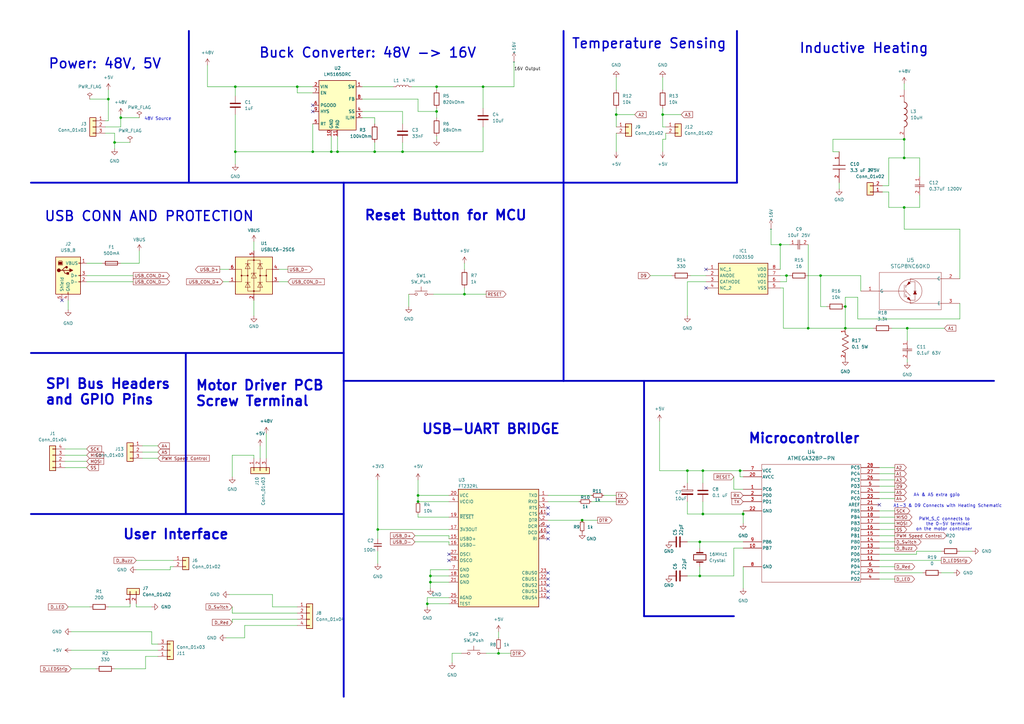
<source format=kicad_sch>
(kicad_sch (version 20230121) (generator eeschema)
  (paper "A3")
  (title_block (title "Fufu Pot Schematic") (date "2023-10-25") (rev "1") (company "Generate") (comment 1 "Reviewers: Andrew Abrego, Nick DePatie") (comment 2 "Lead Engineer: Elise Cooke") (comment 3 "Engineers: Katie Dewhurst, Catherine Menten, Luis Rodriguez"))
  (junction (at 370.84 85.09))
  (junction (at 179.07 35.56))
  (junction (at 287.02 222.25))
  (junction (at 288.29 210.82))
  (junction (at 252.73 46.99))
  (junction (at 336.55 113.03))
  (junction (at 165.1 62.23))
  (junction (at 190.5 120.65))
  (junction (at 346.71 125.73))
  (junction (at 198.12 35.56))
  (junction (at 372.11 134.62))
  (junction (at 46.99 58.42))
  (junction (at 175.26 247.65))
  (junction (at 331.47 134.62))
  (junction (at 304.8 210.82))
  (junction (at 320.04 100.33))
  (junction (at 154.94 217.17))
  (junction (at 128.27 62.23))
  (junction (at 171.45 203.2))
  (junction (at 176.53 238.76))
  (junction (at 176.53 236.22))
  (junction (at 346.71 134.62))
  (junction (at 204.47 267.97))
  (junction (at 171.45 205.74))
  (junction (at 303.53 193.04))
  (junction (at 121.92 35.56))
  (junction (at 138.43 62.23))
  (junction (at 96.52 35.56))
  (junction (at 322.58 113.03))
  (junction (at 370.84 57.15))
  (junction (at 179.07 45.72))
  (junction (at 135.89 62.23))
  (junction (at 287.02 236.22))
  (junction (at 288.29 193.04))
  (junction (at 281.94 193.04))
  (junction (at 370.84 64.77))
  (junction (at 96.52 62.23))
  (junction (at 238.76 213.36))
  (junction (at 44.45 40.64))
  (junction (at 153.67 62.23))
  (junction (at 271.78 46.99))
  (junction (at 49.53 48.26))
  (no_connect (at 184.15 229.87))
  (no_connect (at 128.27 43.18))
  (no_connect (at 224.79 215.9))
  (no_connect (at 224.79 218.44))
  (no_connect (at 224.79 208.28))
  (no_connect (at 224.79 210.82))
  (no_connect (at 25.4 123.19))
  (no_connect (at 224.79 245.11))
  (no_connect (at 289.56 110.49))
  (no_connect (at 224.79 220.98))
  (no_connect (at 224.79 240.03))
  (no_connect (at 128.27 45.72))
  (no_connect (at 184.15 227.33))
  (no_connect (at 224.79 234.95))
  (no_connect (at 224.79 237.49))
  (no_connect (at 360.68 207.01))
  (no_connect (at 289.56 118.11))
  (no_connect (at 224.79 242.57))
  (wire (pts (xy 281.94 205.74) (xy 281.94 210.82)))
  (wire (pts (xy 288.29 193.04) (xy 303.53 193.04)))
  (wire (pts (xy 320.04 113.03) (xy 322.58 113.03)))
  (wire (pts (xy 148.59 35.56) (xy 161.29 35.56)))
  (wire (pts (xy 104.14 186.69) (xy 104.14 187.96)))
  (wire (pts (xy 353.06 113.03) (xy 353.06 119.38)))
  (wire (pts (xy 35.56 115.57) (xy 54.61 115.57)))
  (wire (pts (xy 154.94 226.06) (xy 154.94 231.14)))
  (wire (pts (xy 198.12 35.56) (xy 210.82 35.56)))
  (wire (pts (xy 375.92 226.06) (xy 375.92 227.33)))
  (wire (pts (xy 49.53 48.26) (xy 49.53 52.07)))
  (wire (pts (xy 364.49 78.74) (xy 364.49 85.09)))
  (wire (pts (xy 287.02 222.25) (xy 304.8 222.25)))
  (wire (pts (xy 360.68 191.77) (xy 367.03 191.77)))
  (wire (pts (xy 190.5 107.95) (xy 190.5 110.49)))
  (wire (pts (xy 238.76 213.36) (xy 245.11 213.36)))
  (wire (pts (xy 364.49 64.77) (xy 370.84 64.77)))
  (wire (pts (xy 331.47 113.03) (xy 336.55 113.03)))
  (wire (pts (xy 179.07 45.72) (xy 179.07 48.26)))
  (wire (pts (xy 336.55 113.03) (xy 353.06 113.03)))
  (wire (pts (xy 26.67 191.77) (xy 35.56 191.77)))
  (wire (pts (xy 300.99 195.58) (xy 300.99 200.66)))
  (polyline (pts (xy 140.97 156.21) (xy 231.14 156.21)) (stroke (width 0.75)))
  (wire (pts (xy 346.71 125.73) (xy 346.71 134.62)))
  (wire (pts (xy 44.45 248.92) (xy 53.34 248.92)))
  (wire (pts (xy 266.7 113.03) (xy 275.59 113.03)))
  (wire (pts (xy 320.04 115.57) (xy 322.58 115.57)))
  (wire (pts (xy 121.92 35.56) (xy 128.27 35.56)))
  (wire (pts (xy 204.47 259.08) (xy 204.47 261.62)))
  (wire (pts (xy 364.49 76.2) (xy 361.95 76.2)))
  (wire (pts (xy 26.67 186.69) (xy 35.56 186.69)))
  (wire (pts (xy 171.45 203.2) (xy 171.45 205.74)))
  (wire (pts (xy 171.45 210.82) (xy 171.45 212.09)))
  (wire (pts (xy 165.1 58.42) (xy 165.1 62.23)))
  (wire (pts (xy 85.09 26.67) (xy 85.09 35.56)))
  (wire (pts (xy 271.78 44.45) (xy 271.78 46.99)))
  (wire (pts (xy 281.94 193.04) (xy 281.94 198.12)))
  (wire (pts (xy 372.11 147.32) (xy 372.11 148.59)))
  (wire (pts (xy 320.04 100.33) (xy 320.04 110.49)))
  (wire (pts (xy 364.49 85.09) (xy 370.84 85.09)))
  (polyline (pts (xy 231.14 74.93) (xy 231.14 156.21)) (stroke (width 0.75)))
  (wire (pts (xy 252.73 54.61) (xy 252.73 62.23)))
  (wire (pts (xy 55.88 233.68) (xy 69.85 233.68)))
  (wire (pts (xy 303.53 195.58) (xy 303.53 193.04)))
  (wire (pts (xy 26.67 189.23) (xy 35.56 189.23)))
  (wire (pts (xy 190.5 120.65) (xy 199.39 120.65)))
  (wire (pts (xy 185.42 267.97) (xy 189.23 267.97)))
  (wire (pts (xy 95.25 186.69) (xy 104.14 186.69)))
  (wire (pts (xy 44.45 36.83) (xy 44.45 40.64)))
  (wire (pts (xy 153.67 48.26) (xy 153.67 50.8)))
  (wire (pts (xy 184.15 205.74) (xy 171.45 205.74)))
  (wire (pts (xy 323.85 100.33) (xy 320.04 100.33)))
  (wire (pts (xy 96.52 62.23) (xy 128.27 62.23)))
  (wire (pts (xy 35.56 113.03) (xy 54.61 113.03)))
  (wire (pts (xy 360.68 217.17) (xy 367.03 217.17)))
  (wire (pts (xy 95.25 186.69) (xy 95.25 195.58)))
  (wire (pts (xy 29.21 266.7) (xy 64.77 266.7)))
  (wire (pts (xy 59.69 274.32) (xy 59.69 269.24)))
  (wire (pts (xy 346.71 121.92) (xy 346.71 125.73)))
  (polyline (pts (xy 12.7 210.82) (xy 140.97 210.82)) (stroke (width 0.75)))
  (wire (pts (xy 304.8 195.58) (xy 303.53 195.58)))
  (wire (pts (xy 252.73 46.99) (xy 252.73 52.07)))
  (wire (pts (xy 370.84 64.77) (xy 377.19 64.77)))
  (wire (pts (xy 273.05 57.15) (xy 271.78 57.15)))
  (wire (pts (xy 165.1 62.23) (xy 153.67 62.23)))
  (wire (pts (xy 360.68 229.87) (xy 386.08 229.87)))
  (wire (pts (xy 49.53 52.07) (xy 43.18 52.07)))
  (wire (pts (xy 252.73 31.75) (xy 252.73 36.83)))
  (wire (pts (xy 288.29 210.82) (xy 304.8 210.82)))
  (wire (pts (xy 360.68 234.95) (xy 378.46 234.95)))
  (wire (pts (xy 341.63 57.15) (xy 341.63 62.23)))
  (wire (pts (xy 185.42 267.97) (xy 185.42 271.78)))
  (wire (pts (xy 49.53 107.95) (xy 57.15 107.95)))
  (wire (pts (xy 224.79 213.36) (xy 238.76 213.36)))
  (wire (pts (xy 109.22 177.8) (xy 109.22 187.96)))
  (wire (pts (xy 393.7 130.81) (xy 351.79 130.81)))
  (wire (pts (xy 360.68 224.79) (xy 367.03 224.79)))
  (wire (pts (xy 36.83 40.64) (xy 44.45 40.64)))
  (wire (pts (xy 287.02 222.25) (xy 287.02 224.79)))
  (wire (pts (xy 104.14 123.19) (xy 104.14 129.54)))
  (wire (pts (xy 153.67 62.23) (xy 138.43 62.23)))
  (wire (pts (xy 176.53 238.76) (xy 184.15 238.76)))
  (wire (pts (xy 273.05 54.61) (xy 273.05 57.15)))
  (wire (pts (xy 252.73 46.99) (xy 260.35 46.99)))
  (wire (pts (xy 360.68 204.47) (xy 367.03 204.47)))
  (wire (pts (xy 247.65 203.2) (xy 252.73 203.2)))
  (wire (pts (xy 176.53 236.22) (xy 176.53 238.76)))
  (wire (pts (xy 271.78 46.99) (xy 271.78 52.07)))
  (wire (pts (xy 58.42 187.96) (xy 64.77 187.96)))
  (wire (pts (xy 29.21 274.32) (xy 39.37 274.32)))
  (wire (pts (xy 27.94 123.19) (xy 27.94 127)))
  (wire (pts (xy 138.43 62.23) (xy 138.43 55.88)))
  (polyline (pts (xy 302.26 12.7) (xy 302.26 74.93)) (stroke (width 0.75)))
  (wire (pts (xy 198.12 52.07) (xy 198.12 62.23)))
  (wire (pts (xy 393.7 226.06) (xy 398.78 226.06)))
  (wire (pts (xy 96.52 35.56) (xy 121.92 35.56)))
  (polyline (pts (xy 231.14 12.7) (xy 231.14 74.93)) (stroke (width 0.75)))
  (wire (pts (xy 90.17 110.49) (xy 93.98 110.49)))
  (wire (pts (xy 53.34 247.65) (xy 53.34 248.92)))
  (wire (pts (xy 304.8 193.04) (xy 303.53 193.04)))
  (wire (pts (xy 100.33 256.54) (xy 121.92 256.54)))
  (wire (pts (xy 364.49 64.77) (xy 364.49 76.2)))
  (wire (pts (xy 210.82 25.4) (xy 210.82 35.56)))
  (wire (pts (xy 171.45 45.72) (xy 179.07 45.72)))
  (wire (pts (xy 49.53 46.99) (xy 49.53 48.26)))
  (wire (pts (xy 57.15 48.26) (xy 49.53 48.26)))
  (wire (pts (xy 271.78 57.15) (xy 271.78 62.23)))
  (wire (pts (xy 35.56 107.95) (xy 41.91 107.95)))
  (wire (pts (xy 46.99 58.42) (xy 53.34 58.42)))
  (wire (pts (xy 252.73 44.45) (xy 252.73 46.99)))
  (wire (pts (xy 364.49 78.74) (xy 361.95 78.74)))
  (wire (pts (xy 148.59 45.72) (xy 165.1 45.72)))
  (wire (pts (xy 114.3 115.57) (xy 118.11 115.57)))
  (wire (pts (xy 289.56 115.57) (xy 281.94 115.57)))
  (wire (pts (xy 96.52 62.23) (xy 96.52 67.31)))
  (wire (pts (xy 375.92 227.33) (xy 360.68 227.33)))
  (wire (pts (xy 316.23 100.33) (xy 320.04 100.33)))
  (wire (pts (xy 135.89 55.88) (xy 135.89 62.23)))
  (wire (pts (xy 46.99 60.96) (xy 46.99 58.42)))
  (polyline (pts (xy 300.99 252.73) (xy 264.16 252.73)) (stroke (width 0.75)))
  (wire (pts (xy 331.47 134.62) (xy 346.71 134.62)))
  (wire (pts (xy 304.8 210.82) (xy 304.8 214.63)))
  (wire (pts (xy 165.1 45.72) (xy 165.1 50.8)))
  (wire (pts (xy 69.85 233.68) (xy 69.85 232.41)))
  (wire (pts (xy 171.45 212.09) (xy 184.15 212.09)))
  (wire (pts (xy 204.47 267.97) (xy 209.55 267.97)))
  (wire (pts (xy 175.26 247.65) (xy 175.26 245.11)))
  (wire (pts (xy 370.84 57.15) (xy 370.84 64.77)))
  (wire (pts (xy 281.94 222.25) (xy 287.02 222.25)))
  (wire (pts (xy 370.84 85.09) (xy 377.19 85.09)))
  (wire (pts (xy 46.99 274.32) (xy 59.69 274.32)))
  (wire (pts (xy 341.63 62.23) (xy 344.17 62.23)))
  (wire (pts (xy 95.25 251.46) (xy 121.92 251.46)))
  (wire (pts (xy 360.68 222.25) (xy 367.03 222.25)))
  (wire (pts (xy 270.51 193.04) (xy 281.94 193.04)))
  (wire (pts (xy 170.18 219.71) (xy 184.15 219.71)))
  (wire (pts (xy 281.94 115.57) (xy 281.94 129.54)))
  (wire (pts (xy 351.79 121.92) (xy 346.71 121.92)))
  (wire (pts (xy 271.78 46.99) (xy 279.4 46.99)))
  (wire (pts (xy 288.29 193.04) (xy 288.29 198.12)))
  (wire (pts (xy 55.88 248.92) (xy 62.23 248.92)))
  (wire (pts (xy 321.31 118.11) (xy 320.04 118.11)))
  (wire (pts (xy 44.45 49.53) (xy 43.18 49.53)))
  (wire (pts (xy 59.69 269.24) (xy 64.77 269.24)))
  (wire (pts (xy 184.15 222.25) (xy 184.15 223.52)))
  (wire (pts (xy 271.78 31.75) (xy 271.78 36.83)))
  (wire (pts (xy 128.27 62.23) (xy 135.89 62.23)))
  (wire (pts (xy 370.84 93.98) (xy 393.7 93.98)))
  (wire (pts (xy 336.55 125.73) (xy 339.09 125.73)))
  (wire (pts (xy 176.53 233.68) (xy 176.53 236.22)))
  (wire (pts (xy 360.68 201.93) (xy 367.03 201.93)))
  (wire (pts (xy 287.02 232.41) (xy 287.02 236.22)))
  (wire (pts (xy 91.44 115.57) (xy 93.98 115.57)))
  (wire (pts (xy 55.88 229.87) (xy 71.12 229.87)))
  (wire (pts (xy 393.7 93.98) (xy 393.7 114.3)))
  (wire (pts (xy 360.68 232.41) (xy 367.03 232.41)))
  (wire (pts (xy 270.51 193.04) (xy 270.51 172.72)))
  (wire (pts (xy 165.1 62.23) (xy 198.12 62.23)))
  (wire (pts (xy 171.45 196.85) (xy 171.45 203.2)))
  (wire (pts (xy 171.45 40.64) (xy 171.45 45.72)))
  (wire (pts (xy 360.68 219.71) (xy 367.03 219.71)))
  (wire (pts (xy 176.53 236.22) (xy 184.15 236.22)))
  (wire (pts (xy 198.12 35.56) (xy 198.12 44.45)))
  (wire (pts (xy 128.27 38.1) (xy 121.92 38.1)))
  (polyline (pts (xy 12.7 74.93) (xy 231.14 74.93)) (stroke (width 0.75)))
  (wire (pts (xy 95.25 251.46) (xy 95.25 248.92)))
  (wire (pts (xy 281.94 210.82) (xy 288.29 210.82)))
  (wire (pts (xy 346.71 134.62) (xy 358.14 134.62)))
  (wire (pts (xy 44.45 40.64) (xy 44.45 49.53)))
  (wire (pts (xy 224.79 203.2) (xy 242.57 203.2)))
  (wire (pts (xy 300.99 236.22) (xy 300.99 224.79)))
  (wire (pts (xy 351.79 130.81) (xy 351.79 121.92)))
  (wire (pts (xy 304.8 232.41) (xy 304.8 241.3)))
  (wire (pts (xy 106.68 182.88) (xy 106.68 187.96)))
  (wire (pts (xy 177.8 120.65) (xy 190.5 120.65)))
  (wire (pts (xy 171.45 203.2) (xy 184.15 203.2)))
  (polyline (pts (xy 12.7 144.78) (xy 140.97 144.78)) (stroke (width 0.75)))
  (wire (pts (xy 26.67 184.15) (xy 35.56 184.15)))
  (wire (pts (xy 27.94 248.92) (xy 36.83 248.92)))
  (wire (pts (xy 360.68 199.39) (xy 367.03 199.39)))
  (wire (pts (xy 58.42 182.88) (xy 64.77 182.88)))
  (wire (pts (xy 331.47 100.33) (xy 331.47 134.62)))
  (wire (pts (xy 322.58 113.03) (xy 323.85 113.03)))
  (wire (pts (xy 85.09 35.56) (xy 96.52 35.56)))
  (wire (pts (xy 360.68 212.09) (xy 367.03 212.09)))
  (wire (pts (xy 167.64 120.65) (xy 167.64 125.73)))
  (polyline (pts (xy 264.16 252.73) (xy 264.16 156.21)) (stroke (width 0.75)))
  (wire (pts (xy 111.76 248.92) (xy 111.76 243.84)))
  (wire (pts (xy 283.21 113.03) (xy 289.56 113.03)))
  (wire (pts (xy 287.02 236.22) (xy 300.99 236.22)))
  (wire (pts (xy 111.76 243.84) (xy 93.98 243.84)))
  (wire (pts (xy 100.33 256.54) (xy 100.33 261.62)))
  (wire (pts (xy 114.3 110.49) (xy 118.11 110.49)))
  (wire (pts (xy 179.07 44.45) (xy 179.07 45.72)))
  (wire (pts (xy 154.94 217.17) (xy 184.15 217.17)))
  (wire (pts (xy 372.11 134.62) (xy 387.35 134.62)))
  (polyline (pts (xy 302.26 74.93) (xy 231.14 74.93)) (stroke (width 0.75)))
  (wire (pts (xy 372.11 134.62) (xy 372.11 139.7)))
  (wire (pts (xy 95.25 254) (xy 95.25 255.27)))
  (wire (pts (xy 360.68 214.63) (xy 367.03 214.63)))
  (wire (pts (xy 281.94 193.04) (xy 288.29 193.04)))
  (wire (pts (xy 360.68 194.31) (xy 367.03 194.31)))
  (polyline (pts (xy 140.97 74.93) (xy 140.97 156.21)) (stroke (width 0.75)))
  (wire (pts (xy 128.27 50.8) (xy 128.27 62.23)))
  (wire (pts (xy 148.59 40.64) (xy 171.45 40.64)))
  (wire (pts (xy 370.84 85.09) (xy 370.84 93.98)))
  (wire (pts (xy 69.85 232.41) (xy 71.12 232.41)))
  (wire (pts (xy 96.52 39.37) (xy 96.52 35.56)))
  (wire (pts (xy 179.07 35.56) (xy 179.07 36.83)))
  (wire (pts (xy 300.99 224.79) (xy 304.8 224.79)))
  (wire (pts (xy 370.84 57.15) (xy 341.63 57.15)))
  (polyline (pts (xy 76.2 144.78) (xy 76.2 210.82)) (stroke (width 0.75)))
  (wire (pts (xy 370.84 34.29) (xy 370.84 36.83)))
  (wire (pts (xy 360.68 209.55) (xy 367.03 209.55)))
  (wire (pts (xy 29.21 259.08) (xy 62.23 259.08)))
  (wire (pts (xy 175.26 248.92) (xy 175.26 247.65)))
  (wire (pts (xy 92.71 261.62) (xy 100.33 261.62)))
  (wire (pts (xy 204.47 266.7) (xy 204.47 267.97)))
  (wire (pts (xy 288.29 205.74) (xy 288.29 210.82)))
  (wire (pts (xy 365.76 134.62) (xy 372.11 134.62)))
  (wire (pts (xy 190.5 118.11) (xy 190.5 120.65)))
  (wire (pts (xy 62.23 259.08) (xy 62.23 264.16)))
  (wire (pts (xy 135.89 62.23) (xy 138.43 62.23)))
  (wire (pts (xy 242.57 205.74) (xy 252.73 205.74)))
  (wire (pts (xy 111.76 248.92) (xy 121.92 248.92)))
  (wire (pts (xy 360.68 196.85) (xy 367.03 196.85)))
  (wire (pts (xy 304.8 209.55) (xy 304.8 210.82)))
  (wire (pts (xy 322.58 115.57) (xy 322.58 113.03)))
  (wire (pts (xy 304.8 200.66) (xy 300.99 200.66)))
  (wire (pts (xy 96.52 46.99) (xy 96.52 62.23)))
  (wire (pts (xy 321.31 134.62) (xy 331.47 134.62)))
  (wire (pts (xy 104.14 99.06) (xy 104.14 102.87)))
  (wire (pts (xy 184.15 219.71) (xy 184.15 220.98)))
  (polyline (pts (xy 140.97 285.75) (xy 140.97 156.21)) (stroke (width 0.75)))
  (wire (pts (xy 316.23 93.98) (xy 316.23 100.33)))
  (wire (pts (xy 168.91 35.56) (xy 179.07 35.56)))
  (wire (pts (xy 344.17 74.93) (xy 344.17 77.47)))
  (polyline (pts (xy 77.47 12.7) (xy 77.47 74.93)) (stroke (width 0.75)))
  (wire (pts (xy 360.68 237.49) (xy 367.03 237.49)))
  (wire (pts (xy 95.25 254) (xy 121.92 254)))
  (wire (pts (xy 377.19 64.77) (xy 377.19 72.39)))
  (wire (pts (xy 184.15 233.68) (xy 176.53 233.68)))
  (wire (pts (xy 175.26 245.11) (xy 184.15 245.11)))
  (wire (pts (xy 55.88 247.65) (xy 55.88 248.92)))
  (polyline (pts (xy 231.14 156.21) (xy 407.67 156.21)) (stroke (width 0.75)))
  (wire (pts (xy 386.08 234.95) (xy 391.16 234.95)))
  (wire (pts (xy 321.31 134.62) (xy 321.31 118.11)))
  (wire (pts (xy 148.59 48.26) (xy 153.67 48.26)))
  (wire (pts (xy 176.53 238.76) (xy 176.53 241.3)))
  (wire (pts (xy 154.94 217.17) (xy 154.94 220.98)))
  (wire (pts (xy 154.94 196.85) (xy 154.94 217.17)))
  (wire (pts (xy 179.07 35.56) (xy 198.12 35.56)))
  (wire (pts (xy 281.94 236.22) (xy 287.02 236.22)))
  (wire (pts (xy 170.18 222.25) (xy 184.15 222.25)))
  (wire (pts (xy 121.92 38.1) (xy 121.92 35.56)))
  (wire (pts (xy 336.55 113.03) (xy 336.55 125.73)))
  (wire (pts (xy 393.7 124.46) (xy 393.7 130.81)))
  (wire (pts (xy 271.78 52.07) (xy 273.05 52.07)))
  (wire (pts (xy 224.79 205.74) (xy 237.49 205.74)))
  (wire (pts (xy 58.42 185.42) (xy 64.77 185.42)))
  (wire (pts (xy 46.99 54.61) (xy 43.18 54.61)))
  (wire (pts (xy 377.19 80.01) (xy 377.19 85.09)))
  (wire (pts (xy 153.67 58.42) (xy 153.67 62.23)))
  (wire (pts (xy 199.39 267.97) (xy 204.47 267.97)))
  (wire (pts (xy 46.99 58.42) (xy 46.99 54.61)))
  (wire (pts (xy 179.07 55.88) (xy 179.07 57.15)))
  (wire (pts (xy 62.23 264.16) (xy 64.77 264.16)))
  (wire (pts (xy 175.26 247.65) (xy 184.15 247.65)))
  (wire (pts (xy 57.15 102.87) (xy 57.15 107.95)))
  (wire (pts (xy 386.08 226.06) (xy 375.92 226.06)))
  (text "A4 & A5 extra gpio\n" (at 374.65 203.835 0) (effects (font (size 1.27 1.27)) (justify left bottom)))
  (text "USB CONN AND PROTECTION\n" (at 18.034 91.186 0) (effects (font (size 4 4) (thickness 0.6) bold) (justify left bottom)))
  (text "Microcontroller" (at 306.705 182.245 0) (effects (font (size 4 4) (thickness 0.8) bold) (justify left bottom)))
  (text "Motor Driver PCB \nScrew Terminal" (at 80.01 167.005 0) (effects (font (size 4 4) (thickness 0.8) bold) (justify left bottom)))
  (text "User Interface" (at 50.165 221.615 0) (effects (font (size 4 4) bold) (justify left bottom)))
  (text "A1-3 & D9 Connects with Heating Schematic" (at 366.395 208.28 0) (effects (font (size 1.27 1.27)) (justify left bottom)))
  (text "USB-UART BRIDGE \n" (at 172.72 178.435 0) (effects (font (size 4 4) (thickness 0.8) bold) (justify left bottom)))
  (text "Inductive Heating" (at 327.66 22.225 0) (effects (font (size 4 4) (thickness 0.6) bold) (justify left bottom)))
  (text "Buck Converter: 48V -> 16V" (at 106.045 24.13 0) (effects (font (size 4 4) (thickness 0.6) bold) (justify left bottom)))
  (text "Power: 48V, 5V" (at 19.685 28.575 0) (effects (font (size 4 4) (thickness 0.6) bold) (justify left bottom)))
  (text "Temperature Sensing" (at 234.315 20.32 0) (effects (font (size 4 4) (thickness 0.6) bold) (justify left bottom)))
  (text "48V Source" (at 59.182 49.53 0) (effects (font (size 1.27 1.27)) (justify left bottom)))
  (text "SPI Bus Headers \nand GPIO Pins" (at 18.415 166.37 0) (effects (font (size 4 4) (thickness 0.8) bold) (justify left bottom)))
  (text "PWM_S_C connects to \nthe 0-5V terminal \non the motor controller" (at 398.78 217.805 0) (effects (font (size 1.27 1.27)) (justify right bottom)))
  (text "Reset Button for MCU\n" (at 149.225 90.805 0) (effects (font (size 4 4) (thickness 0.8) bold) (justify left bottom)))
  (label "16V Output" (at 210.82 29.21 0))
  (global_label "D_Red" (shape input) (at 95.25 255.27 180) (property "Intersheetrefs" "${INTERSHEET_REFS}" (effects hide)))
  (global_label "USB_CON_D-" (shape input) (at 118.11 115.57 0) (property "Intersheetrefs" "${INTERSHEET_REFS}" (effects hide)))
  (global_label "DTR" (shape output) (at 245.11 213.36 0) (property "Intersheetrefs" "${INTERSHEET_REFS}" (effects hide)))
  (global_label "D_Buzz" (shape input) (at 55.88 229.87 180) (property "Intersheetrefs" "${INTERSHEET_REFS}" (effects hide)))
  (global_label "USB_CON_D+" (shape output) (at 54.61 113.03 0) (property "Intersheetrefs" "${INTERSHEET_REFS}" (effects hide)))
  (global_label "D9" (shape output) (at 367.03 199.39 0) (property "Intersheetrefs" "${INTERSHEET_REFS}" (effects hide)))
  (global_label "RESET" (shape output) (at 199.39 120.65 0) (property "Intersheetrefs" "${INTERSHEET_REFS}" (effects hide)))
  (global_label "D_LED" (shape output) (at 367.03 237.49 0) (property "Intersheetrefs" "${INTERSHEET_REFS}" (effects hide)))
  (global_label "D_LED" (shape input) (at 27.94 248.92 180) (property "Intersheetrefs" "${INTERSHEET_REFS}" (effects hide)))
  (global_label "RESET" (shape input) (at 300.99 195.58 180) (property "Intersheetrefs" "${INTERSHEET_REFS}" (effects hide)))
  (global_label "A2" (shape output) (at 367.03 191.77 0) (property "Intersheetrefs" "${INTERSHEET_REFS}" (effects hide)))
  (global_label "USB_D-" (shape input) (at 170.18 222.25 180) (property "Intersheetrefs" "${INTERSHEET_REFS}" (effects hide)))
  (global_label "TX" (shape input) (at 304.8 205.74 180) (property "Intersheetrefs" "${INTERSHEET_REFS}" (effects hide)))
  (global_label "D_LEDStrip" (shape output) (at 386.08 229.87 0) (property "Intersheetrefs" "${INTERSHEET_REFS}" (effects hide)))
  (global_label "D_Switch" (shape input) (at 95.25 248.92 180) (property "Intersheetrefs" "${INTERSHEET_REFS}" (effects hide)))
  (global_label "USB_D+" (shape input) (at 170.18 219.71 180) (property "Intersheetrefs" "${INTERSHEET_REFS}" (effects hide)))
  (global_label "A4" (shape input) (at 64.77 182.88 0) (property "Intersheetrefs" "${INTERSHEET_REFS}" (effects hide)))
  (global_label "USB_D+" (shape output) (at 90.17 110.49 180) (property "Intersheetrefs" "${INTERSHEET_REFS}" (effects hide)))
  (global_label "SS" (shape output) (at 367.03 217.17 0) (property "Intersheetrefs" "${INTERSHEET_REFS}" (effects hide)))
  (global_label "TX" (shape output) (at 252.73 203.2 0) (property "Intersheetrefs" "${INTERSHEET_REFS}" (effects hide)))
  (global_label "A3" (shape input) (at 279.4 46.99 0) (property "Intersheetrefs" "${INTERSHEET_REFS}" (effects hide)))
  (global_label "MOSI" (shape input) (at 35.56 189.23 0) (property "Intersheetrefs" "${INTERSHEET_REFS}" (effects hide)))
  (global_label "MOSI" (shape output) (at 367.03 214.63 0) (property "Intersheetrefs" "${INTERSHEET_REFS}" (effects hide)))
  (global_label "A3" (shape output) (at 367.03 196.85 0) (property "Intersheetrefs" "${INTERSHEET_REFS}" (effects hide)))
  (global_label "PWM Speed Control" (shape output) (at 367.03 219.71 0) (property "Intersheetrefs" "${INTERSHEET_REFS}" (effects hide)))
  (global_label "USB_D-" (shape output) (at 118.11 110.49 0) (property "Intersheetrefs" "${INTERSHEET_REFS}" (effects hide)))
  (global_label "D_LEDStrip" (shape input) (at 29.21 274.32 180) (property "Intersheetrefs" "${INTERSHEET_REFS}" (effects hide)))
  (global_label "A1" (shape input) (at 387.35 134.62 0) (property "Intersheetrefs" "${INTERSHEET_REFS}" (effects hide)))
  (global_label "USB_CON_D+" (shape input) (at 91.44 115.57 180) (property "Intersheetrefs" "${INTERSHEET_REFS}" (effects hide)))
  (global_label "A4" (shape output) (at 367.03 204.47 0) (property "Intersheetrefs" "${INTERSHEET_REFS}" (effects hide)))
  (global_label "DTR" (shape output) (at 209.55 267.97 0) (property "Intersheetrefs" "${INTERSHEET_REFS}" (effects hide)))
  (global_label "SCK" (shape output) (at 367.03 209.55 0) (property "Intersheetrefs" "${INTERSHEET_REFS}" (effects hide)))
  (global_label "RX" (shape output) (at 252.73 205.74 0) (property "Intersheetrefs" "${INTERSHEET_REFS}" (effects hide)))
  (global_label "A2" (shape input) (at 260.35 46.99 0) (property "Intersheetrefs" "${INTERSHEET_REFS}" (effects hide)))
  (global_label "MISO" (shape input) (at 35.56 186.69 0) (property "Intersheetrefs" "${INTERSHEET_REFS}" (effects hide)))
  (global_label "MISO" (shape output) (at 367.03 212.09 0) (property "Intersheetrefs" "${INTERSHEET_REFS}" (effects hide)))
  (global_label "D_Red" (shape output) (at 367.03 232.41 0) (property "Intersheetrefs" "${INTERSHEET_REFS}" (effects hide)))
  (global_label "PWM Speed Control" (shape input) (at 64.77 187.96 0) (property "Intersheetrefs" "${INTERSHEET_REFS}" (effects hide)))
  (global_label "D_Buzz" (shape output) (at 367.03 224.79 0) (property "Intersheetrefs" "${INTERSHEET_REFS}" (effects hide)))
  (global_label "A5" (shape output) (at 367.03 201.93 0) (property "Intersheetrefs" "${INTERSHEET_REFS}" (effects hide)))
  (global_label "RX" (shape input) (at 304.8 203.2 180) (property "Intersheetrefs" "${INTERSHEET_REFS}" (effects hide)))
  (global_label "SCK" (shape input) (at 35.56 184.15 0) (property "Intersheetrefs" "${INTERSHEET_REFS}" (effects hide)))
  (global_label "SS" (shape input) (at 35.56 191.77 0) (property "Intersheetrefs" "${INTERSHEET_REFS}" (effects hide)))
  (global_label "A5" (shape input) (at 64.77 185.42 0) (property "Intersheetrefs" "${INTERSHEET_REFS}" (effects hide)))
  (global_label "D_Switch" (shape output) (at 367.03 222.25 0) (property "Intersheetrefs" "${INTERSHEET_REFS}" (effects hide)))
  (global_label "USB_CON_D-" (shape output) (at 54.61 115.57 0) (property "Intersheetrefs" "${INTERSHEET_REFS}" (effects hide)))
  (global_label "A1" (shape output) (at 367.03 194.31 0) (property "Intersheetrefs" "${INTERSHEET_REFS}" (effects hide)))
  (global_label "D9" (shape input) (at 266.7 113.03 180) (property "Intersheetrefs" "${INTERSHEET_REFS}" (effects hide)))
  (symbol (lib_id "power:GND") (at 274.32 236.22 0) (unit 1)
    (property "Reference" "#PWR036" (effects hide))
    (property "Value" "GND" (at 274.32 240.03 0))
  )
  (symbol (lib_id "Connector_Generic:Conn_01x03") (at 69.85 266.7 0) (mirror x) (unit 1)
    (property "Reference" "J11" (at 72.39 267.97 0) (effects (justify left)))
    (property "Value" "Conn_01x03" (at 72.39 265.43 0) (effects (justify left)))
    (property "Footprint" "pcbmount3footprints:282837-3_TYC" (effects hide))
  )
  (symbol (lib_id "Device:R") (at 190.5 114.3 0) (unit 1)
    (property "Reference" "R7" (at 193.04 113.03 0) (effects (justify left)))
    (property "Value" "1k" (at 193.04 115.57 0) (effects (justify left)))
    (property "Footprint" "Resistor_SMD:R_0805_2012Metric" (effects hide))
  )
  (symbol (lib_id "Device:R") (at 342.9 125.73 90) (unit 1)
    (property "Reference" "R16" (at 342.9 119.38 90))
    (property "Value" "10k" (at 342.9 121.92 90))
    (property "Footprint" "Resistor_SMD:R_0805_2012Metric" (effects hide))
  )
  (symbol (lib_id "power:GND") (at 252.73 31.75 180) (unit 1)
    (property "Reference" "#PWR030" (effects hide))
    (property "Value" "GND" (at 252.73 26.67 0))
  )
  (symbol (lib_id "Connector_Generic:Conn_01x02") (at 76.2 229.87 0) (unit 1)
    (property "Reference" "J6" (at 78.74 229.87 0) (effects (justify left)))
    (property "Value" "Conn_01x02" (at 78.74 232.41 0) (effects (justify left)))
    (property "Footprint" "KF301-2P:HANDSON_KF301-2P" (effects hide))
  )
  (symbol (lib_id "power:+5V") (at 44.45 36.83 0) (unit 1)
    (property "Reference" "#PWR04" (effects hide))
    (property "Value" "+5V" (at 44.45 31.75 0))
  )
  (symbol (lib_id "Device:R_Small") (at 238.76 215.9 180) (unit 1)
    (property "Reference" "R9" (at 236.474 216.154 0))
    (property "Value" "1k" (at 242.062 216.154 0))
    (property "Footprint" "Resistor_SMD:R_0805_2012Metric" (effects hide))
  )
  (symbol (lib_id "Device:R") (at 361.95 134.62 90) (unit 1)
    (property "Reference" "R18" (at 361.95 128.27 90))
    (property "Value" "3.3k" (at 361.95 130.81 90))
    (property "Footprint" "Resistor_SMD:R_0805_2012Metric" (effects hide))
  )
  (symbol (lib_id "Device:R_Small") (at 245.11 203.2 90) (unit 1)
    (property "Reference" "R11" (at 244.856 201.422 90))
    (property "Value" "1k" (at 245.11 204.978 90))
    (property "Footprint" "Resistor_SMD:R_0805_2012Metric" (effects hide))
  )
  (symbol (lib_id "power:GND") (at 46.99 60.96 0) (unit 1)
    (property "Reference" "#PWR05" (effects hide))
    (property "Value" "GND" (at 46.99 66.04 0))
  )
  (symbol (lib_id "Device:C") (at 278.13 236.22 90) (unit 1)
    (property "Reference" "C6" (at 276.86 233.68 0) (effects (justify left)))
    (property "Value" "22pF" (at 280.67 233.68 0) (effects (justify left)))
    (property "Footprint" "22pFfootprints:CAP_K-SERIES_15-L2_VIS" (effects hide))
  )
  (symbol (lib_id "power:+48V") (at 109.22 177.8 0) (unit 1)
    (property "Reference" "#PWR018" (effects hide))
    (property "Value" "+48V" (at 109.22 172.72 0))
  )
  (symbol (lib_id "power:GND") (at 62.23 248.92 90) (unit 1)
    (property "Reference" "#PWR09" (effects hide))
    (property "Value" "GND" (at 66.04 248.92 90) (effects (justify right)))
  )
  (symbol (lib_id "power:GND") (at 304.8 241.3 0) (unit 1)
    (property "Reference" "#PWR039" (effects hide))
    (property "Value" "GND" (at 304.8 246.38 0))
  )
  (symbol (lib_id "Regulator_Switching:LM5165") (at 138.43 43.18 0) (unit 1)
    (property "Reference" "U2" (at 138.43 27.94 0))
    (property "Value" "LM5165DRC" (at 138.43 30.48 0))
    (property "Footprint" "Package_SON:Texas_S-PVSON-N10_ThermalVias" (effects hide))
    (property "Datasheet" "http://www.ti.com/lit/ds/symlink/lm5165.pdf" (effects hide))
  )
  (symbol (lib_id "STGP8NC60KD:STGP8NC60KD") (at 353.06 119.38 0) (unit 1)
    (property "Reference" "U5" (at 373.38 106.68 0) (effects (font (size 1.524 1.524))))
    (property "Value" "STGP8NC60KD" (at 373.38 109.22 0) (effects (font (size 1.524 1.524))))
    (property "Footprint" "TO225P1040X460X1968-3(1):TO225P1040X460X1968-3" (effects hide))
    (property "Datasheet" "STGP8NC60KD" (effects hide))
  )
  (symbol (lib_id "Connector_Generic:Conn_01x02") (at 257.81 52.07 0) (unit 1)
    (property "Reference" "J9" (at 260.35 52.07 0) (effects (justify left)))
    (property "Value" "Conn_01x02" (at 260.35 54.61 0) (effects (justify left)))
    (property "Footprint" "KF301-2P:HANDSON_KF301-2P" (effects hide))
  )
  (symbol (lib_id "power:GND") (at 29.21 259.08 270) (unit 1)
    (property "Reference" "#PWR02" (effects hide))
    (property "Value" "GND" (at 25.4 259.08 90) (effects (justify right)))
  )
  (symbol (lib_id "2023-11-09_21-42-51:SQP500JB-0R91") (at 346.71 134.62 270) (unit 1)
    (property "Reference" "R17" (at 349.25 139.7 90) (effects (justify left)))
    (property "Value" "0.1 5W" (at 349.25 142.24 90) (effects (justify left)))
    (property "Footprint" "SQPfootprints:RES_SQP500_22X9P5_YAG" (effects hide))
    (property "Datasheet" "SQP500JB-0R91" (effects hide))
  )
  (symbol (lib_id "Switch:SW_Push") (at 172.72 120.65 0) (unit 1)
    (property "Reference" "SW1" (at 172.72 113.03 0))
    (property "Value" "SW_Push" (at 172.72 115.57 0))
    (property "Footprint" "TS02-66-50-BK-100-SCR-D:SW_TS02-66-50-BK-100-SCR-D" (effects hide))
  )
  (symbol (lib_id "Device:C") (at 96.52 43.18 0) (unit 1)
    (property "Reference" "C1" (at 100.33 41.91 0) (effects (justify left)))
    (property "Value" "1uF" (at 100.33 44.45 0) (effects (justify left)))
    (property "Footprint" "Capacitor_SMD:C_0805_2012Metric" (effects hide))
  )
  (symbol (lib_id "power:+3V3") (at 154.94 196.85 0) (unit 1)
    (property "Reference" "#PWR019" (effects hide))
    (property "Value" "+3V3" (at 154.94 191.262 0))
  )
  (symbol (lib_id "Device:R") (at 252.73 40.64 0) (unit 1)
    (property "Reference" "R12" (at 255.27 39.37 0) (effects (justify left)))
    (property "Value" "10k" (at 255.27 41.91 0) (effects (justify left)))
    (property "Footprint" "Resistor_SMD:R_0805_2012Metric" (effects hide))
  )
  (symbol (lib_id "power:GND") (at 398.78 226.06 90) (unit 1)
    (property "Reference" "#PWR046" (effects hide))
    (property "Value" "GND" (at 402.59 226.06 90) (effects (justify right)))
  )
  (symbol (lib_id "Device:R") (at 382.27 234.95 90) (unit 1)
    (property "Reference" "R19" (at 382.27 228.6 90))
    (property "Value" "0" (at 382.27 231.14 90))
    (property "Footprint" "Resistor_SMD:R_0805_2012Metric" (effects hide))
  )
  (symbol (lib_id "Connector_Generic:Conn_01x02") (at 278.13 52.07 0) (unit 1)
    (property "Reference" "J12" (at 280.67 52.07 0) (effects (justify left)))
    (property "Value" "Conn_01x02" (at 280.67 54.61 0) (effects (justify left)))
    (property "Footprint" "KF301-2P:HANDSON_KF301-2P" (effects hide))
  )
  (symbol (lib_id "power:GND") (at 95.25 195.58 0) (unit 1)
    (property "Reference" "#PWR013" (effects hide))
    (property "Value" "GND" (at 95.25 200.66 0))
  )
  (symbol (lib_id "power:+5V") (at 171.45 196.85 0) (unit 1)
    (property "Reference" "#PWR022" (effects hide))
    (property "Value" "+5V" (at 171.45 191.262 0))
  )
  (symbol (lib_id "Interface_USB:FT232RL") (at 204.47 227.33 0) (unit 1)
    (property "Reference" "U3" (at 187.96 196.85 0) (effects (justify left)))
    (property "Value" "FT232RL" (at 187.96 199.39 0) (effects (justify left)))
    (property "Footprint" "Package_SO:SSOP-28_5.3x10.2mm_P0.65mm" (effects hide))
    (property "Datasheet" "https://www.ftdichip.com/Support/Documents/DataSheets/ICs/DS_FT232R.pdf" (effects hide))
  )
  (symbol (lib_id "Connector_Generic:Conn_01x04") (at 21.59 189.23 180) (unit 1)
    (property "Reference" "J1" (at 21.59 177.8 0))
    (property "Value" "Conn_01x04" (at 21.59 180.34 0))
    (property "Footprint" "pcbmount4footprints:282837-4_TYC" (effects hide))
  )
  (symbol (lib_id "Device:R") (at 327.66 113.03 90) (unit 1)
    (property "Reference" "R15" (at 327.66 106.68 90))
    (property "Value" "16" (at 327.66 109.22 90))
    (property "Footprint" "Resistor_SMD:R_0805_2012Metric" (effects hide))
  )
  (symbol (lib_id "power:GND") (at 271.78 31.75 180) (unit 1)
    (property "Reference" "#PWR033" (effects hide))
    (property "Value" "GND" (at 271.78 26.67 0))
  )
  (symbol (lib_id "power:PWR_FLAG") (at 53.34 58.42 0) (unit 1)
    (property "Reference" "#FLG01" (effects hide))
    (property "Value" "PWR_FLAG" (at 53.34 53.594 0))
  )
  (symbol (lib_id "power:GND") (at 27.94 127 0) (unit 1)
    (property "Reference" "#PWR01" (effects hide))
    (property "Value" "GND" (at 27.94 132.588 0))
  )
  (symbol (lib_id "power:GND") (at 167.64 125.73 0) (unit 1)
    (property "Reference" "#PWR021" (effects hide))
    (property "Value" "GND" (at 167.64 130.81 0))
  )
  (symbol (lib_id "Connector_Generic:Conn_01x04") (at 127 251.46 0) (unit 1)
    (property "Reference" "J8" (at 129.54 251.46 0) (effects (justify left)))
    (property "Value" "Conn_01x04" (at 129.54 254 0) (effects (justify left)))
    (property "Footprint" "pcbmount4footprints:282837-4_TYC" (effects hide))
  )
  (symbol (lib_id "power:GND") (at 185.42 271.78 0) (unit 1)
    (property "Reference" "#PWR025" (effects hide))
    (property "Value" "GND" (at 185.42 276.86 0))
  )
  (symbol (lib_id "Device:R") (at 43.18 274.32 90) (unit 1)
    (property "Reference" "R2" (at 43.18 267.97 90))
    (property "Value" "330" (at 43.18 270.51 90))
    (property "Footprint" "Resistor_SMD:R_0805_2012Metric" (effects hide))
  )
  (symbol (lib_id "power:GND") (at 372.11 148.59 0) (unit 1)
    (property "Reference" "#PWR044" (effects hide))
    (property "Value" "GND" (at 372.11 153.67 0))
  )
  (symbol (lib_id "Device:C") (at 278.13 222.25 90) (unit 1)
    (property "Reference" "C5" (at 276.86 219.71 0) (effects (justify left)))
    (property "Value" "22pF" (at 279.4 219.71 0) (effects (justify left)))
    (property "Footprint" "22pFfootprints:CAP_K-SERIES_15-L2_VIS" (effects hide))
  )
  (symbol (lib_id "power:GND") (at 92.71 261.62 270) (unit 1)
    (property "Reference" "#PWR011" (effects hide))
    (property "Value" "GND" (at 88.9 261.62 90) (effects (justify right)))
  )
  (symbol (lib_id "power:+5V") (at 271.78 62.23 180) (unit 1)
    (property "Reference" "#PWR034" (effects hide))
    (property "Value" "+5V" (at 271.78 67.31 0))
  )
  (symbol (lib_id "power:GND") (at 344.17 77.47 0) (unit 1)
    (property "Reference" "#PWR041" (effects hide))
    (property "Value" "GND" (at 344.17 81.8896 0))
  )
  (symbol (lib_id "power:GND") (at 55.88 233.68 270) (unit 1)
    (property "Reference" "#PWR07" (effects hide))
    (property "Value" "GND" (at 52.07 233.68 90) (effects (justify right)))
  )
  (symbol (lib_id "Device:R") (at 179.07 52.07 0) (unit 1)
    (property "Reference" "R6" (at 181.61 50.8 0) (effects (justify left)))
    (property "Value" "68kOhm" (at 181.61 53.34 0) (effects (justify left)))
    (property "Footprint" "Resistor_SMD:R_0805_2012Metric" (effects hide))
  )
  (symbol (lib_id "Device:C") (at 288.29 201.93 0) (unit 1)
    (property "Reference" "C8" (at 292.1 200.66 0) (effects (justify left)))
    (property "Value" "0.1 uF" (at 292.1 203.2 0) (effects (justify left)))
    (property "Footprint" "0.1uFfootprints:CAP_Y5VE5TL2_VIS" (effects hide))
  )
  (symbol (lib_id "more_powerSymbols:+16V") (at 210.82 25.4 0) (unit 1) (in_bom no) (on_board no)
    (property "Reference" "#PWR028" (effects hide))
    (property "Value" "~" (at 210.82 25.4 0))
  )
  (symbol (lib_id "Device:R") (at 279.4 113.03 90) (unit 1)
    (property "Reference" "R14" (at 279.4 106.68 90))
    (property "Value" "330" (at 279.4 109.22 90))
    (property "Footprint" "Resistor_SMD:R_0805_2012Metric" (effects hide))
  )
  (symbol (lib_id "power:GND") (at 104.14 129.54 0) (unit 1)
    (property "Reference" "#PWR016" (effects hide))
    (property "Value" "GND" (at 104.14 133.858 0))
  )
  (symbol (lib_id "Device:C") (at 198.12 48.26 0) (unit 1)
    (property "Reference" "C4" (at 201.93 46.99 0) (effects (justify left)))
    (property "Value" "10uF" (at 201.93 49.53 0) (effects (justify left)))
    (property "Footprint" "Capacitor_SMD:C_0805_2012Metric" (effects hide))
  )
  (symbol (lib_id "power:GND") (at 176.53 241.3 0) (unit 1)
    (property "Reference" "#PWR047" (effects hide))
    (property "Value" "GND" (at 179.07 243.84 0))
  )
  (symbol (lib_id "Device:R") (at 153.67 54.61 0) (unit 1)
    (property "Reference" "R3" (at 147.32 53.34 0) (effects (justify left)))
    (property "Value" "100kOhm" (at 143.51 55.88 0) (effects (justify left)))
    (property "Footprint" "Resistor_SMD:R_0805_2012Metric" (effects hide))
  )
  (symbol (lib_id "2023-11-09_20-43-14:UVZ1E100MDD") (at 323.85 100.33 0) (unit 1)
    (property "Reference" "C9" (at 327.66 93.98 0))
    (property "Value" "10uF 25V" (at 327.66 96.52 0))
    (property "Footprint" "U1-E_NCH" (effects hide))
    (property "Datasheet" "UVZ1E100MDD" (effects hide))
  )
  (symbol (lib_id "power:+5V") (at 29.21 266.7 90) (unit 1)
    (property "Reference" "#PWR03" (effects hide))
    (property "Value" "+5V" (at 25.4 266.7 90) (effects (justify left)))
  )
  (symbol (lib_id "Connector_Generic:Conn_01x03") (at 106.68 193.04 90) (mirror x) (unit 1)
    (property "Reference" "J10" (at 105.41 195.58 0) (effects (justify left)))
    (property "Value" "Conn_01x03" (at 107.95 195.58 0) (effects (justify left)))
    (property "Footprint" "pcbmount3footprints:282837-3_TYC" (effects hide))
  )
  (symbol (lib_id "power:GND") (at 93.98 243.84 270) (unit 1)
    (property "Reference" "#PWR012" (effects hide))
    (property "Value" "GND" (at 90.17 243.84 90) (effects (justify right)))
  )
  (symbol (lib_id "power:GND") (at 346.71 147.32 0) (unit 1)
    (property "Reference" "#PWR042" (effects hide))
    (property "Value" "GND" (at 346.71 152.4 0))
  )
  (symbol (lib_id "power:GND") (at 391.16 234.95 90) (unit 1)
    (property "Reference" "#PWR045" (effects hide))
    (property "Value" "GND" (at 394.97 234.95 90) (effects (justify right)))
  )
  (symbol (lib_id "power:VBUS") (at 57.15 102.87 0) (unit 1)
    (property "Reference" "#PWR08" (effects hide))
    (property "Value" "VBUS" (at 57.15 98.298 0))
  )
  (symbol (lib_id "Device:R_Small") (at 240.03 205.74 90) (unit 1)
    (property "Reference" "R10" (at 240.03 203.962 90))
    (property "Value" "1k" (at 240.03 207.772 90))
    (property "Footprint" "Resistor_SMD:R_0805_2012Metric" (effects hide))
  )
  (symbol (lib_id "power:+5V") (at 190.5 107.95 0) (unit 1)
    (property "Reference" "#PWR040" (effects hide))
    (property "Value" "+5V" (at 190.5 102.87 0))
  )
  (symbol (lib_id "Connector_Generic:Conn_01x02") (at 53.34 242.57 90) (unit 1)
    (property "Reference" "J7" (at 58.42 241.3 90) (effects (justify right)))
    (property "Value" "Conn_01x02" (at 58.42 243.84 90) (effects (justify right)))
    (property "Footprint" "KF301-2P:HANDSON_KF301-2P" (effects hide))
  )
  (symbol (lib_id "Device:R_Small") (at 171.45 208.28 0) (unit 1)
    (property "Reference" "R4" (at 173.736 207.0099 0) (effects (justify left)))
    (property "Value" "10k" (at 173.736 209.5499 0) (effects (justify left)))
    (property "Footprint" "Resistor_SMD:R_0805_2012Metric" (effects hide))
  )
  (symbol (lib_id "power:GND") (at 238.76 218.44 0) (unit 1)
    (property "Reference" "#PWR029" (effects hide))
    (property "Value" "GND" (at 242.57 220.98 0))
  )
  (symbol (lib_id "2023-11-09_20-51-41:860020772001") (at 372.11 139.7 270) (unit 1)
    (property "Reference" "C11" (at 375.92 142.24 90) (effects (justify left)))
    (property "Value" "0.1uF 63V" (at 375.92 144.78 90) (effects (justify left)))
    (property "Footprint" "8600footprint:CAP_WCAP-ATG5_05.0X11.0_WRE" (effects hide))
    (property "Datasheet" "860020772001" (effects hide))
  )
  (symbol (lib_id "Device:C_Small") (at 154.94 223.52 0) (unit 1)
    (property "Reference" "C2" (at 150.622 221.742 0) (effects (justify left)))
    (property "Value" "100n" (at 149.098 225.552 0) (effects (justify left)))
    (property "Footprint" "Capacitor_SMD:C_0805_2012Metric" (effects hide))
  )
  (symbol (lib_id "2023-11-09_20-58-51:ECW-F6364JL") (at 377.19 72.39 270) (unit 1)
    (property "Reference" "C12" (at 381 74.93 90) (effects (justify left)))
    (property "Value" "0.37uF 1200V" (at 381 77.47 90) (effects (justify left)))
    (property "Footprint" "ECWfootprints:CAP_ECWFL_STRAIGHT_20.5LX11.9TX18.5H_PAN" (effects hide))
    (property "Datasheet" "ECW-F6364JL" (effects hide))
  )
  (symbol (lib_id "Device:R") (at 179.07 40.64 0) (unit 1)
    (property "Reference" "R5" (at 181.61 39.37 0) (effects (justify left)))
    (property "Value" "820kOhm" (at 181.61 41.91 0) (effects (justify left)))
    (property "Footprint" "Resistor_SMD:R_0805_2012Metric" (effects hide))
  )
  (symbol (lib_id "ECQUAAF335LD:ECQUAAF335LD") (at 344.17 62.23 270) (unit 1)
    (property "Reference" "C10" (at 348.615 67.31 90) (effects (justify left)))
    (property "Value" "3.3 uF 275V" (at 348.615 69.85 90) (effects (justify left)))
    (property "Footprint" "ECQUAAF335LD" (effects hide))
    (property "Datasheet" "https://industrial.panasonic.com/cdbs/www-data/pdf/RDI0000/ABD0000C249.pdf" (effects hide))
    (property "Height" "30.5" (effects hide))
    (property "Manufacturer_Name" "Panasonic" (effects hide))
    (property "Manufacturer_Part_Number" "ECQUAAF335LD" (effects hide))
  )
  (symbol (lib_id "2023-10-12_03-24-27:ATMEGA328P-PN") (at 304.8 195.58 0) (unit 1)
    (property "Reference" "U4" (at 332.74 185.42 0) (effects (font (size 1.524 1.524))))
    (property "Value" "ATMEGA328P-PN" (at 332.74 187.96 0) (effects (font (size 1.524 1.524))))
    (property "Footprint" "ATmegafootprints:28P3_ATM" (effects hide))
    (property "Datasheet" "ATMEGA328P-PN" (effects hide))
  )
  (symbol (lib_id "FOD3150:FOD3150") (at 289.56 110.49 0) (unit 1)
    (property "Reference" "IC1" (at 304.8 102.87 0))
    (property "Value" "FOD3150" (at 304.8 105.41 0))
    (property "Footprint" "FODfootprints:SMD8_9P91X6P86_ONS" (effects hide))
    (property "Datasheet" "https://datasheet.datasheetarchive.com/originals/distributors/Datasheets_SAMA/df8c1664fa11840ec16e91484b8656a2.pdf" (effects hide))
    (property "Height" "5.08" (effects hide))
    (property "Manufacturer_Name" "onsemi" (effects hide))
    (property "Manufacturer_Part_Number" "FOD3150" (effects hide))
    (property "Mouser Part Number" "512-FOD3150" (effects hide))
    (property "Mouser Price/Stock" "https://www.mouser.co.uk/ProductDetail/ON-Semiconductor-Fairchild/FOD3150?qs=0mlrQ0IOoOjtySUxC2xtxw%3D%3D" (effects hide))
    (property "Arrow Part Number" "FOD3150" (effects hide))
    (property "Arrow Price/Stock" "https://www.arrow.com/en/products/fod3150/on-semiconductor?region=nac" (effects hide))
  )
  (symbol (lib_id "power:GND") (at 175.26 248.92 0) (unit 1)
    (property "Reference" "#PWR023" (effects hide))
    (property "Value" "GND" (at 175.26 253.492 0))
  )
  (symbol (lib_id "Device:R") (at 271.78 40.64 0) (unit 1)
    (property "Reference" "R13" (at 274.32 39.37 0) (effects (justify left)))
    (property "Value" "10k" (at 274.32 41.91 0) (effects (justify left)))
    (property "Footprint" "Resistor_SMD:R_0805_2012Metric" (effects hide))
  )
  (symbol (lib_id "power:GND") (at 274.32 222.25 0) (unit 1)
    (property "Reference" "#PWR035" (effects hide))
    (property "Value" "GND" (at 274.32 226.06 0))
  )
  (symbol (lib_id "more_powerSymbols:+16V") (at 316.23 93.98 0) (unit 1) (in_bom no) (on_board no)
    (property "Reference" "#PWR026" (effects hide))
    (property "Value" "~" (at 316.23 93.98 0))
  )
  (symbol (lib_id "power:GND") (at 304.8 214.63 0) (unit 1)
    (property "Reference" "#PWR038" (effects hide))
    (property "Value" "GND" (at 304.8 219.71 0))
  )
  (symbol (lib_id "power:GND") (at 179.07 57.15 0) (unit 1)
    (property "Reference" "#PWR024" (effects hide))
    (property "Value" "GND" (effects hide))
  )
  (symbol (lib_id "Device:R") (at 389.89 226.06 90) (unit 1)
    (property "Reference" "R20" (at 389.89 219.71 90))
    (property "Value" "0" (at 389.89 222.25 90))
    (property "Footprint" "Resistor_SMD:R_0805_2012Metric" (effects hide))
  )
  (symbol (lib_id "power:PWR_FLAG") (at 36.83 40.64 0) (unit 1)
    (property "Reference" "#FLG02" (effects hide))
    (property "Value" "PWR_FLAG" (at 36.83 35.56 0))
  )
  (symbol (lib_id "power:VBUS") (at 104.14 99.06 0) (unit 1)
    (property "Reference" "#PWR015" (effects hide))
    (property "Value" "VBUS" (at 104.14 94.488 0))
  )
  (symbol (lib_id "Device:C") (at 165.1 54.61 0) (unit 1)
    (property "Reference" "C3" (at 168.91 53.34 0) (effects (justify left)))
    (property "Value" "33nF" (at 168.91 55.88 0) (effects (justify left)))
    (property "Footprint" "Capacitor_SMD:C_0805_2012Metric" (effects hide))
  )
  (symbol (lib_id "power:+5V") (at 252.73 62.23 180) (unit 1)
    (property "Reference" "#PWR031" (effects hide))
    (property "Value" "+5V" (at 252.73 67.31 0))
  )
  (symbol (lib_id "power:+5V") (at 106.68 182.88 0) (unit 1)
    (property "Reference" "#PWR017" (effects hide))
    (property "Value" "+5V" (at 106.68 177.8 0))
  )
  (symbol (lib_id "Device:R_Small") (at 204.47 264.16 180) (unit 1)
    (property "Reference" "R8" (at 202.184 264.414 0))
    (property "Value" "1k" (at 207.772 264.414 0))
    (property "Footprint" "Resistor_SMD:R_0805_2012Metric" (effects hide))
  )
  (symbol (lib_id "Device:R") (at 40.64 248.92 90) (unit 1)
    (property "Reference" "R1" (at 40.64 242.57 90))
    (property "Value" "200" (at 40.64 245.11 90))
    (property "Footprint" "Resistor_SMD:R_0805_2012Metric" (effects hide))
  )
  (symbol (lib_id "power:+5V") (at 270.51 172.72 0) (unit 1)
    (property "Reference" "#PWR032" (effects hide))
    (property "Value" "+5V" (at 270.51 167.64 0))
  )
  (symbol (lib_id "Device:L") (at 165.1 35.56 90) (unit 1)
    (property "Reference" "L1" (at 162.56 33.02 90))
    (property "Value" "47uH" (at 167.64 33.02 90))
    (property "Footprint" "Inductor_SMD:L_0805_2012Metric" (effects hide))
  )
  (symbol (lib_id "power:+48V") (at 85.09 26.67 0) (unit 1)
    (property "Reference" "#PWR010" (effects hide))
    (property "Value" "+48V" (at 85.09 21.59 0))
  )
  (symbol (lib_id "Connector:USB_B") (at 27.94 113.03 0) (unit 1)
    (property "Reference" "J2" (at 27.94 100.076 0))
    (property "Value" "USB_B" (at 27.94 102.616 0))
    (property "Footprint" "UJ2-BH-W1-TH:CUI_UJ2-BH-W1-TH" (effects hide))
    (property "Datasheet" " ~" (effects hide))
  )
  (symbol (lib_id "Connector_Generic:Conn_01x02") (at 356.87 78.74 180) (unit 1)
    (property "Reference" "J4" (at 356.87 69.85 0))
    (property "Value" "Conn_01x02" (at 356.87 72.39 0))
    (property "Footprint" "B2B-XH-A_LF__SN_:JST_B2B-XH-A_LF__SN_" (effects hide))
  )
  (symbol (lib_id "Switch:SW_Push") (at 194.31 267.97 0) (unit 1)
    (property "Reference" "SW2" (at 194.31 260.096 0))
    (property "Value" "SW_Push" (at 194.31 262.636 0))
    (property "Footprint" "TS02-66-50-BK-100-SCR-D:SW_TS02-66-50-BK-100-SCR-D" (effects hide))
  )
  (symbol (lib_id "power:GND") (at 281.94 129.54 0) (unit 1)
    (property "Reference" "#PWR037" (effects hide))
    (property "Value" "GND" (at 281.94 134.62 0))
  )
  (symbol (lib_id "Device:Crystal") (at 287.02 228.6 90) (unit 1)
    (property "Reference" "16MHz1" (at 290.83 227.33 90) (effects (justify right)))
    (property "Value" "Crystal" (at 290.83 229.87 90) (effects (justify right)))
    (property "Footprint" "crystalfootprints:XTAL_ABL-16_ABR" (effects hide))
  )
  (symbol (lib_id "power:GND") (at 154.94 231.14 0) (unit 1)
    (property "Reference" "#PWR020" (effects hide))
    (property "Value" "GND" (at 154.94 236.474 0))
  )
  (symbol (lib_id "power:PWR_FLAG") (at 57.15 48.26 0) (unit 1)
    (property "Reference" "#FLG03" (effects hide))
    (property "Value" "PWR_FLAG" (at 57.15 44.069 0))
  )
  (symbol (lib_id "power:+48V") (at 370.84 34.29 0) (unit 1)
    (property "Reference" "#PWR043" (effects hide))
    (property "Value" "+48V" (at 370.84 29.21 0))
  )
  (symbol (lib_id "power:+5V") (at 204.47 259.08 0) (unit 1)
    (property "Reference" "#PWR027" (effects hide))
    (property "Value" "+5V" (at 204.47 254 0))
  )
  (symbol (lib_id "Power_Protection:USBLC6-2SC6") (at 104.14 113.03 0) (unit 1)
    (property "Reference" "U1" (at 106.9087 99.822 0) (effects (justify left)))
    (property "Value" "USBLC6-2SC6" (at 106.9087 102.362 0) (effects (justify left)))
    (property "Footprint" "Package_TO_SOT_SMD:SOT-23-6" (effects hide))
    (property "Datasheet" "https://www.st.com/resource/en/datasheet/usblc6-2.pdf" (effects hide))
  )
  (symbol (lib_id "Connector_Generic:Conn_01x03") (at 53.34 185.42 0) (mirror y) (unit 1)
    (property "Reference" "J13" (at 50.8 184.15 0) (effects (justify left)))
    (property "Value" "Conn_01x03" (at 50.8 186.69 0) (effects (justify left)))
    (property "Footprint" "pcbmount3footprints:282837-3_TYC" (effects hide))
  )
  (symbol (lib_id "SRP1770CC-100M:SRP1770CC-100M") (at 370.84 36.83 270) (unit 1)
    (property "Reference" "L3" (at 373.38 45.72 90) (effects (justify left)))
    (property "Value" "10uH" (at 373.38 48.26 90) (effects (justify left)))
    (property "Footprint" "INDPM:INDPM176169X700N" (effects hide))
    (property "Datasheet" "https://www.bourns.com/docs/Product-Datasheets/SRP1770CC.pdf" (effects hide))
    (property "Height" "7" (effects hide))
    (property "Manufacturer_Name" "Bourns" (effects hide))
    (property "Manufacturer_Part_Number" "SRP1770CC-100M" (effects hide))
  )
  (symbol (lib_id "power:GND") (at 96.52 67.31 0) (unit 1)
    (property "Reference" "#PWR014" (effects hide))
    (property "Value" "GND" (at 96.52 72.39 0))
  )
  (symbol (lib_id "Device:C_Polarized") (at 281.94 201.93 0) (unit 1)
    (property "Reference" "C7" (at 276.86 201.93 0) (effects (justify left)))
    (property "Value" "10uF" (at 276.86 204.47 0) (effects (justify left)))
    (property "Footprint" "10uFfootprints:CAP_YX_5X11_RUB" (effects hide))
  )
  (symbol (lib_id "Connector_Generic:Conn_01x03") (at 38.1 52.07 0) (mirror y) (unit 1)
    (property "Reference" "J3" (at 35.56 50.8 0) (effects (justify left)))
    (property "Value" "Conn_01x03" (at 35.56 53.34 0) (effects (justify left)))
    (property "Footprint" "pcbmount3footprints:282837-3_TYC" (effects hide))
  )
  (symbol (lib_id "Device:Fuse") (at 45.72 107.95 90) (unit 1)
    (property "Reference" "F1" (at 45.72 101.346 90))
    (property "Value" "500mA" (at 45.72 103.886 90))
    (property "Footprint" "Fuse:Fuse_1210_3225Metric" (effects hide))
  )
  (symbol (lib_id "power:+48V") (at 49.53 46.99 0) (unit 1)
    (property "Reference" "#PWR06" (effects hide))
    (property "Value" "+48V" (at 49.53 41.91 0))
  )
)
</source>
